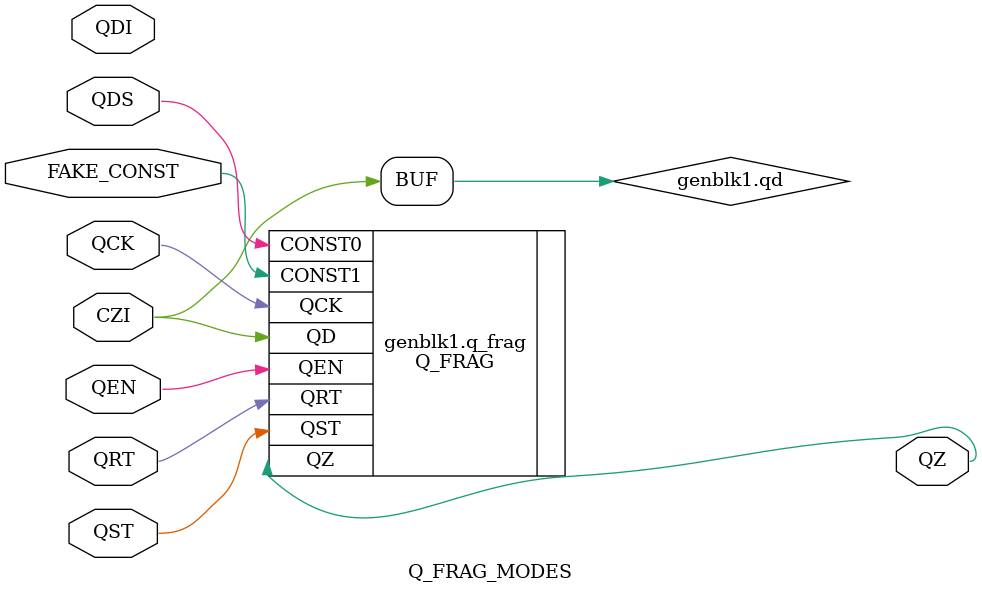
<source format=v>
`include "./q_frag.sim.v"

(* MODES="INT;EXT" *)
module Q_FRAG_MODES (QCK, QST, QRT, QEN, QDI, QDS, CZI, QZ, FAKE_CONST);
    input  wire QCK;
    input  wire QST;
    input  wire QRT;
    input  wire QEN;
    input  wire QDI;
    input  wire QDS;
    input  wire CZI;
    output wire QZ;

    input  wire FAKE_CONST;

    parameter MODE = "INT";

    // Q_FRAG with the FF connected to CZI
    generate if (MODE == "INT") begin

        (* pack="C_FRAG_to_FF;B_FRAG_to_FF" *)
        wire   qd;
        assign qd = CZI;

        Q_FRAG q_frag (
            .QCK    (QCK),
            .QST    (QST),
            .QRT    (QRT),
            .QEN    (QEN),    
            .QZ     (QZ),
            .QD     (qd),
            .CONST0 (QDS),
            .CONST1 (FAKE_CONST)
        );

    // Q_FRAG with the FF connected to QDI (external)
    end else if (MODE == "EXT") begin

        Q_FRAG q_frag (
            .QCK    (QCK),
            .QST    (QST),
            .QRT    (QRT),
            .QEN    (QEN),    
            .QZ     (QZ),
            .QD     (QDI),
            .CONST0 (FAKE_CONST),
            .CONST1 (QDS)
        );

    end endgenerate

endmodule

</source>
